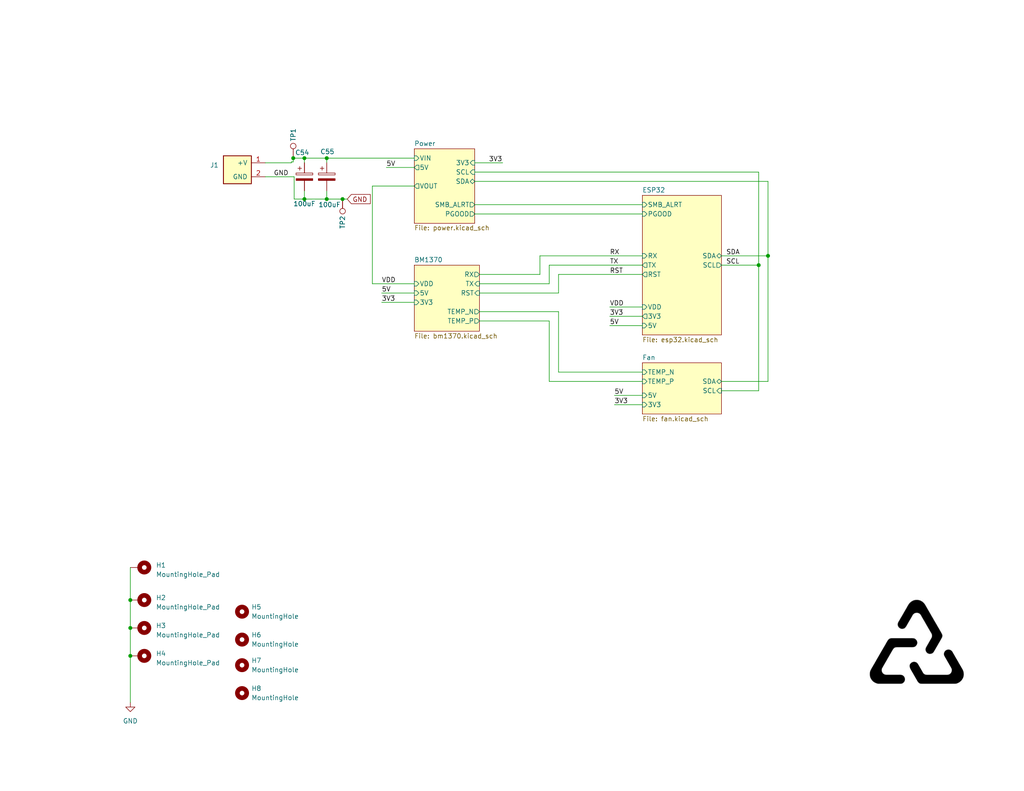
<source format=kicad_sch>
(kicad_sch (version 20250114) (generator "eeschema") (generator_version "9.0")
  (paper "A")
  (title_block (title "bitaxeGamma 605 Kit") (date "2025-12-20") (rev "605 A01") (company "Oconical") (comment 1 "12VDC  input. Larger Parts For Eductional Soldering Kit ") (comment 2 "Uses Socket 115x CPU Heat Sink") (comment 3 "Added external 5V regulator for better dissipatioin of U2") (comment 4 "Added 5V regulator to logic circuit ") (comment 5 "12V fan. Enhanced power filtering."))
  (lib_symbols
    (symbol "Connector:TestPoint" (pin_numbers (hide yes)) (pin_names (offset 0.762) (hide yes))
      (property "Reference" "TP" (at 0 6.858 0))
      (property "Value" "TestPoint" (at 0 5.08 0))
      (symbol "TestPoint_0_1"
        (circle (center 0 3.302) (radius 0.762))
      )
      (symbol "TestPoint_1_1"
        (pin passive line (at 0 0 90) (length 2.54) (name "1") (number "1"))
      )
    )
    (symbol "Mechanical:MountingHole" (pin_names (offset 1.016))
      (property "Reference" "H" (at 0 5.08 0))
      (property "Value" "MountingHole" (at 0 3.175 0))
      (symbol "MountingHole_0_1"
        (circle (center 0 0) (radius 1.27) (stroke (width 1.27)))
      )
    )
    (symbol "Mechanical:MountingHole_Pad" (pin_numbers (hide yes)) (pin_names (offset 1.016) (hide yes))
      (property "Reference" "H" (at 0 6.35 0))
      (property "Value" "MountingHole_Pad" (at 0 4.445 0))
      (symbol "MountingHole_Pad_0_1"
        (circle (center 0 1.27) (radius 1.27) (stroke (width 1.27)))
      )
      (symbol "MountingHole_Pad_1_1"
        (pin input line (at 0 -2.54 90) (length 2.54) (name "1") (number "1"))
      )
    )
    (symbol "PCM_Capacitor_AKL:CP_SMD_D6.3mm_H7.7mm" (pin_numbers (hide yes)) (pin_names (offset 0.254))
      (property "Reference" "C" (at 0.635 2.54 0))
      (property "Value" "CP_SMD_D6.3mm_H7.7mm" (at 0.635 -2.54 0))
      (symbol "CP_SMD_D6.3mm_H7.7mm_0_1"
        (rectangle (start -2.286 1.016) (end 2.286 0.508))
        (polyline (pts (xy -1.778 2.286) (xy -0.762 2.286)))
        (polyline (pts (xy -1.27 2.794) (xy -1.27 1.778)))
        (rectangle (start 2.286 -0.508) (end -2.286 -1.016) (fill (type outline)))
      )
      (symbol "CP_SMD_D6.3mm_H7.7mm_0_2"
        (polyline (pts (xy -2.54 -2.54) (xy -0.6604 -0.6604)))
        (polyline (pts (xy -1.8796 0.6096) (xy 0.6096 -1.8796) (xy 0.9652 -1.524) (xy -1.524 0.9652) (xy -1.8796 0.6096)) (fill (type outline)))
        (polyline (pts (xy -0.9652 1.524) (xy 1.524 -0.9652) (xy 1.8796 -0.6096) (xy -0.6096 1.8796) (xy -0.9652 1.524)))
        (polyline (pts (xy 0 2.032) (xy 1.016 2.032)))
        (polyline (pts (xy 0.508 2.54) (xy 0.508 1.524)))
        (polyline (pts (xy 0.6604 0.6604) (xy 2.54 2.54)))
      )
      (symbol "CP_SMD_D6.3mm_H7.7mm_1_1"
        (pin passive line (at 0 3.81 270) (length 2.794) (name "~") (number "1"))
        (pin passive line (at 0 -3.81 90) (length 2.794) (name "~") (number "2"))
      )
      (symbol "CP_SMD_D6.3mm_H7.7mm_1_2"
        (pin passive line (at -2.54 -2.54 90) (length 0) (name "~") (number "2"))
        (pin passive line (at 2.54 2.54 270) (length 0) (name "~") (number "1"))
      )
    )
    (symbol "PCM_bitaxe:XT30PW-M" (pin_names (offset 1.016))
      (property "Reference" "J" (at -3.302 4.572 0))
      (property "Value" "XT30" (at -0.254 10.668 0))
      (symbol "XT30PW-M_1_1"
        (rectangle (start -3.81 3.175) (end 3.81 -4.445) (stroke (width 0.254)) (fill (type background)))
        (pin no_connect line (at -7.62 7.62 0) (length 3.81) (hide yes) (name "MNT1") (number "3"))
        (pin power_in line (at -7.62 1.27 0) (length 3.81) (name "+V") (number "1"))
        (pin power_in line (at -7.62 -2.54 0) (length 3.81) (name "GND") (number "2"))
        (pin no_connect line (at -7.62 -7.62 0) (length 3.81) (hide yes) (name "MNT2") (number "4"))
      )
    )
    (symbol "power:GND" (power) (pin_numbers (hide yes)) (pin_names (offset 0) (hide yes))
      (property "Value" "GND" (at 0 -3.81 0))
      (symbol "GND_0_1"
        (polyline (pts (xy 0 0) (xy 0 -1.27) (xy 1.27 -1.27) (xy 0 -2.54) (xy -1.27 -1.27) (xy 0 -1.27)))
      )
      (symbol "GND_1_1"
        (pin power_in line (at 0 0 270) (length 0) (name "~") (number "1"))
      )
    )
  )
  (junction (at 83.058 43.18))
  (junction (at 209.55 69.85))
  (junction (at 35.56 179.07))
  (junction (at 80.01 43.18))
  (junction (at 35.56 171.45))
  (junction (at 207.01 72.39))
  (junction (at 89.154 54.356))
  (junction (at 93.472 54.356))
  (junction (at 83.058 54.356))
  (junction (at 35.56 163.83))
  (junction (at 89.154 43.18))
  (wire (pts (xy 80.264 54.356) (xy 80.264 48.26)))
  (wire (pts (xy 129.54 46.99) (xy 207.01 46.99)))
  (wire (pts (xy 152.4 101.6) (xy 175.26 101.6)))
  (wire (pts (xy 80.01 44.196) (xy 80.01 43.18)))
  (wire (pts (xy 79.502 44.45) (xy 79.502 44.196)))
  (wire (pts (xy 196.85 72.39) (xy 207.01 72.39)))
  (wire (pts (xy 93.472 54.356) (xy 94.742 54.356)))
  (wire (pts (xy 105.41 45.72) (xy 113.03 45.72)))
  (wire (pts (xy 147.32 74.93) (xy 147.32 69.85)))
  (wire (pts (xy 130.81 77.47) (xy 149.86 77.47)))
  (wire (pts (xy 166.37 88.9) (xy 175.26 88.9)))
  (wire (pts (xy 80.264 54.356) (xy 83.058 54.356)))
  (wire (pts (xy 83.058 43.18) (xy 83.058 44.45)))
  (wire (pts (xy 89.154 43.18) (xy 89.154 44.45)))
  (wire (pts (xy 83.058 54.356) (xy 89.154 54.356)))
  (wire (pts (xy 167.64 110.49) (xy 175.26 110.49)))
  (wire (pts (xy 79.502 44.196) (xy 80.01 44.196)))
  (wire (pts (xy 83.058 43.18) (xy 89.154 43.18)))
  (wire (pts (xy 35.56 191.77) (xy 35.56 179.07)))
  (wire (pts (xy 209.55 49.53) (xy 209.55 69.85)))
  (wire (pts (xy 175.26 104.14) (xy 149.86 104.14)))
  (wire (pts (xy 152.4 74.93) (xy 175.26 74.93)))
  (wire (pts (xy 129.54 49.53) (xy 209.55 49.53)))
  (wire (pts (xy 89.154 52.07) (xy 89.154 54.356)))
  (wire (pts (xy 166.37 83.82) (xy 175.26 83.82)))
  (wire (pts (xy 207.01 72.39) (xy 207.01 106.68)))
  (wire (pts (xy 207.01 46.99) (xy 207.01 72.39)))
  (wire (pts (xy 196.85 69.85) (xy 209.55 69.85)))
  (wire (pts (xy 152.4 80.01) (xy 152.4 74.93)))
  (wire (pts (xy 35.56 163.83) (xy 35.56 171.45)))
  (wire (pts (xy 104.14 82.55) (xy 113.03 82.55)))
  (wire (pts (xy 130.81 74.93) (xy 147.32 74.93)))
  (wire (pts (xy 72.39 44.45) (xy 79.502 44.45)))
  (wire (pts (xy 89.154 54.356) (xy 93.472 54.356)))
  (wire (pts (xy 80.264 48.26) (xy 72.39 48.26)))
  (wire (pts (xy 196.85 104.14) (xy 209.55 104.14)))
  (wire (pts (xy 101.6 77.47) (xy 101.6 50.8)))
  (wire (pts (xy 130.81 85.09) (xy 152.4 85.09)))
  (wire (pts (xy 149.86 77.47) (xy 149.86 72.39)))
  (wire (pts (xy 196.85 106.68) (xy 207.01 106.68)))
  (wire (pts (xy 104.14 80.01) (xy 113.03 80.01)))
  (wire (pts (xy 149.86 87.63) (xy 130.81 87.63)))
  (wire (pts (xy 209.55 104.14) (xy 209.55 69.85)))
  (wire (pts (xy 129.54 58.42) (xy 175.26 58.42)))
  (wire (pts (xy 167.64 107.95) (xy 175.26 107.95)))
  (wire (pts (xy 129.54 55.88) (xy 175.26 55.88)))
  (wire (pts (xy 89.154 43.18) (xy 113.03 43.18)))
  (wire (pts (xy 35.56 154.94) (xy 35.56 163.83)))
  (wire (pts (xy 83.058 52.07) (xy 83.058 54.356)))
  (wire (pts (xy 152.4 85.09) (xy 152.4 101.6)))
  (wire (pts (xy 147.32 69.85) (xy 175.26 69.85)))
  (wire (pts (xy 166.37 86.36) (xy 175.26 86.36)))
  (wire (pts (xy 113.03 77.47) (xy 101.6 77.47)))
  (wire (pts (xy 101.6 50.8) (xy 113.03 50.8)))
  (wire (pts (xy 130.81 80.01) (xy 152.4 80.01)))
  (wire (pts (xy 149.86 72.39) (xy 175.26 72.39)))
  (wire (pts (xy 35.56 171.45) (xy 35.56 179.07)))
  (wire (pts (xy 80.01 43.18) (xy 83.058 43.18)))
  (wire (pts (xy 149.86 104.14) (xy 149.86 87.63)))
  (wire (pts (xy 129.54 44.45) (xy 137.16 44.45)))
  (image (at 248.412 175.26) (scale 0.716417))
  (label "VDD" (at 166.37 83.82 0))
  (label "3V3" (at 104.14 82.55 0))
  (label "RST" (at 166.37 74.93 0))
  (label "VDD" (at 104.14 77.47 0))
  (label "5V" (at 105.41 45.72 0))
  (label "5V" (at 167.64 107.95 0))
  (label "SDA" (at 198.12 69.85 0))
  (label "RX" (at 166.37 69.85 0))
  (label "3V3" (at 133.35 44.45 0))
  (label "3V3" (at 166.37 86.36 0))
  (label "SCL" (at 198.12 72.39 0))
  (label "5V" (at 166.37 88.9 0))
  (label "3V3" (at 167.64 110.49 0))
  (label "5V" (at 104.14 80.01 0))
  (label "GND" (at 78.74 48.26 180))
  (label "TX" (at 166.37 72.39 0))
  (global_label "GND" (shape input) (at 94.742 54.356 0) (property "Intersheetrefs" "${INTERSHEET_REFS}" (effects (hide yes))))
  (symbol (lib_id "PCM_Capacitor_AKL:CP_SMD_D6.3mm_H7.7mm") (at 83.058 48.26 0) (unit 1)
    (property "Reference" "C54" (at 80.518 41.656 0) (effects (justify left)))
    (property "Value" "100uF" (at 80.01 55.626 0) (effects (justify left)))
    (property "Footprint" "PCM_Capacitor_SMD_AKL:CP_Elec_6.3x7.7" (effects (hide yes)))
    (property "Datasheet" "https://api.pim.na.industrial.panasonic.com/file_stream/main/fileversion/8462" (effects (hide yes)))
    (property "Description" "SMD Electrolytic Capacitor, 6.3mm Diameter, 7.7mm Height, European Symbol, Alternate KiCad Library" (effects (hide yes)))
    (property "Part Number" "10-16SVPT100MCT-ND " (effects (hide yes)))
  )
  (symbol (lib_id "Connector:TestPoint") (at 80.01 43.18 0) (unit 1) (in_bom no)
    (property "Reference" "TP1" (at 80.01 36.83 90))
    (property "Value" "TestPoint" (effects (hide yes)))
    (property "Footprint" "TestPoint:TestPoint_Pad_D1.5mm" (effects (hide yes)))
  )
  (symbol (lib_id "power:GND") (at 35.56 191.77 0) (unit 1)
    (property "Reference" "#PWR021" (effects (hide yes)))
    (property "Value" "GND" (at 35.56 196.85 0))
    (property "Description" "Power symbol creates a global label with name \"GND\" , ground" (effects (hide yes)))
  )
  (symbol (lib_id "Connector:TestPoint") (at 93.472 54.356 180) (unit 1) (in_bom no)
    (property "Reference" "TP2" (at 93.472 60.706 90))
    (property "Value" "TestPoint" (effects (hide yes)))
    (property "Footprint" "TestPoint:TestPoint_Pad_D1.5mm" (effects (hide yes)))
  )
  (symbol (lib_id "Mechanical:MountingHole") (at 66.04 189.23 0) (unit 1) (in_bom no)
    (property "Reference" "H8" (at 68.58 187.9599 0) (effects (justify left)))
    (property "Value" "MountingHole" (at 68.58 190.4999 0) (effects (justify left)))
    (property "Footprint" "MountingHole:MountingHole_3.5mm" (effects (hide yes)))
  )
  (symbol (lib_id "PCM_Capacitor_AKL:CP_SMD_D6.3mm_H7.7mm") (at 89.154 48.26 0) (unit 1)
    (property "Reference" "C55" (at 87.376 41.402 0) (effects (justify left)))
    (property "Value" "100uF" (at 86.868 55.88 0) (effects (justify left)))
    (property "Footprint" "PCM_Capacitor_SMD_AKL:CP_Elec_6.3x7.7" (effects (hide yes)))
    (property "Datasheet" "https://api.pim.na.industrial.panasonic.com/file_stream/main/fileversion/8462" (effects (hide yes)))
    (property "Description" "SMD Electrolytic Capacitor, 6.3mm Diameter, 7.7mm Height, European Symbol, Alternate KiCad Library" (effects (hide yes)))
    (property "Part Number" "10-16SVPT100MCT-ND " (effects (hide yes)))
  )
  (symbol (lib_id "PCM_bitaxe:XT30PW-M") (at 64.77 45.72 0) (mirror y) (unit 1)
    (property "Reference" "J1" (at 59.69 45.0849 0) (effects (justify left)))
    (property "Value" "XT30PW-M" (effects (hide yes)))
    (property "Footprint" "bitaxe:XT30PW-M" (effects (hide yes)))
    (property "Description" "XT30PW-M" (effects (hide yes)))
    (property "PARTNO" "XT30PW-M" (effects (hide yes)))
    (property "LCSC" "C431534" (effects (hide yes)))
  )
  (symbol (lib_id "Mechanical:MountingHole_Pad") (at 38.1 154.94 270) (unit 1) (in_bom no)
    (property "Reference" "H1" (at 42.545 154.305 90) (effects (justify left)))
    (property "Value" "MountingHole_Pad" (at 42.545 156.845 90) (effects (justify left)))
    (property "Footprint" "MountingHole:MountingHole_3mm_Pad_Via" (effects (hide yes)))
  )
  (symbol (lib_id "Mechanical:MountingHole") (at 66.04 181.61 0) (unit 1) (in_bom no)
    (property "Reference" "H7" (at 68.58 180.3399 0) (effects (justify left)))
    (property "Value" "MountingHole" (at 68.58 182.8799 0) (effects (justify left)))
    (property "Footprint" "MountingHole:MountingHole_3.5mm" (effects (hide yes)))
  )
  (symbol (lib_id "Mechanical:MountingHole") (at 66.04 174.625 0) (unit 1) (in_bom no)
    (property "Reference" "H6" (at 68.58 173.3549 0) (effects (justify left)))
    (property "Value" "MountingHole" (at 68.58 175.8949 0) (effects (justify left)))
    (property "Footprint" "MountingHole:MountingHole_3.5mm" (effects (hide yes)))
  )
  (symbol (lib_id "Mechanical:MountingHole") (at 66.04 167.005 0) (unit 1) (in_bom no)
    (property "Reference" "H5" (at 68.58 165.7349 0) (effects (justify left)))
    (property "Value" "MountingHole" (at 68.58 168.2749 0) (effects (justify left)))
    (property "Footprint" "MountingHole:MountingHole_3.5mm" (effects (hide yes)))
  )
  (symbol (lib_id "Mechanical:MountingHole_Pad") (at 38.1 171.45 270) (unit 1) (in_bom no)
    (property "Reference" "H3" (at 42.545 170.815 90) (effects (justify left)))
    (property "Value" "MountingHole_Pad" (at 42.545 173.355 90) (effects (justify left)))
    (property "Footprint" "MountingHole:MountingHole_3mm_Pad_Via" (effects (hide yes)))
  )
  (symbol (lib_id "Mechanical:MountingHole_Pad") (at 38.1 163.83 270) (unit 1) (in_bom no)
    (property "Reference" "H2" (at 42.545 163.195 90) (effects (justify left)))
    (property "Value" "MountingHole_Pad" (at 42.545 165.735 90) (effects (justify left)))
    (property "Footprint" "MountingHole:MountingHole_3mm_Pad_Via" (effects (hide yes)))
  )
  (symbol (lib_id "Mechanical:MountingHole_Pad") (at 38.1 179.07 270) (unit 1) (in_bom no)
    (property "Reference" "H4" (at 42.545 178.435 90) (effects (justify left)))
    (property "Value" "MountingHole_Pad" (at 42.545 180.975 90) (effects (justify left)))
    (property "Footprint" "MountingHole:MountingHole_3mm_Pad_Via" (effects (hide yes)))
  )
  (sheet (at 113.03 72.39) (size 17.78 18.034) (stroke (width 0.1524)) (fill (color 255 255 194 1.0000))
    (property "Sheetname" "BM1370" (at 113.03 71.6784 0) (effects (justify left bottom)))
    (property "Sheetfile" "bm1370.kicad_sch" (at 113.03 91.0086 0) (effects (justify left top)))
    (pin "TX" input (at 130.81 77.47 0))
    (pin "RX" output (at 130.81 74.93 0))
    (pin "RST" input (at 130.81 80.01 0))
    (pin "3V3" input (at 113.03 82.55 180))
    (pin "5V" input (at 113.03 80.01 180))
    (pin "VDD" input (at 113.03 77.47 180))
    (pin "TEMP_N" output (at 130.81 85.09 0))
    (pin "TEMP_P" output (at 130.81 87.63 0))
  )
  (sheet (at 175.26 99.06) (size 21.59 13.97) (stroke (width 0.1524)) (fill (color 255 255 194 1.0000))
    (property "Sheetname" "Fan" (at 175.26 98.3484 0) (effects (justify left bottom)))
    (property "Sheetfile" "fan.kicad_sch" (at 175.26 113.6146 0) (effects (justify left top)))
    (pin "SDA" bidirectional (at 196.85 104.14 0))
    (pin "SCL" input (at 196.85 106.68 0))
    (pin "5V" input (at 175.26 107.95 180))
    (pin "3V3" input (at 175.26 110.49 180))
    (pin "TEMP_N" input (at 175.26 101.6 180))
    (pin "TEMP_P" input (at 175.26 104.14 180))
  )
  (sheet (at 113.03 40.64) (size 16.51 20.32) (stroke (width 0.1524)) (fill (color 255 255 194 1.0000))
    (property "Sheetname" "Power" (at 113.03 39.9284 0) (effects (justify left bottom)))
    (property "Sheetfile" "power.kicad_sch" (at 113.03 61.468 0) (effects (justify left top)))
    (pin "VOUT" output (at 113.03 50.8 180))
    (pin "VIN" input (at 113.03 43.18 180))
    (pin "SCL" input (at 129.54 46.99 0))
    (pin "SDA" bidirectional (at 129.54 49.53 0))
    (pin "5V" output (at 113.03 45.72 180))
    (pin "3V3" input (at 129.54 44.45 0))
    (pin "PGOOD" output (at 129.54 58.42 0))
    (pin "SMB_ALRT" output (at 129.54 55.88 0))
  )
  (sheet (at 175.26 53.34) (size 21.59 38.1) (stroke (width 0.1524)) (fill (color 255 255 194 1.0000))
    (property "Sheetname" "ESP32" (at 175.26 52.6284 0) (effects (justify left bottom)))
    (property "Sheetfile" "esp32.kicad_sch" (at 175.26 92.0246 0) (effects (justify left top)))
    (pin "SDA" bidirectional (at 196.85 69.85 0))
    (pin "SCL" output (at 196.85 72.39 0))
    (pin "RX" input (at 175.26 69.85 180))
    (pin "TX" output (at 175.26 72.39 180))
    (pin "RST" output (at 175.26 74.93 180))
    (pin "5V" input (at 175.26 88.9 180))
    (pin "3V3" output (at 175.26 86.36 180))
    (pin "PGOOD" input (at 175.26 58.42 180))
    (pin "VDD" input (at 175.26 83.82 180))
    (pin "SMB_ALRT" input (at 175.26 55.88 180))
  )
)
</source>
